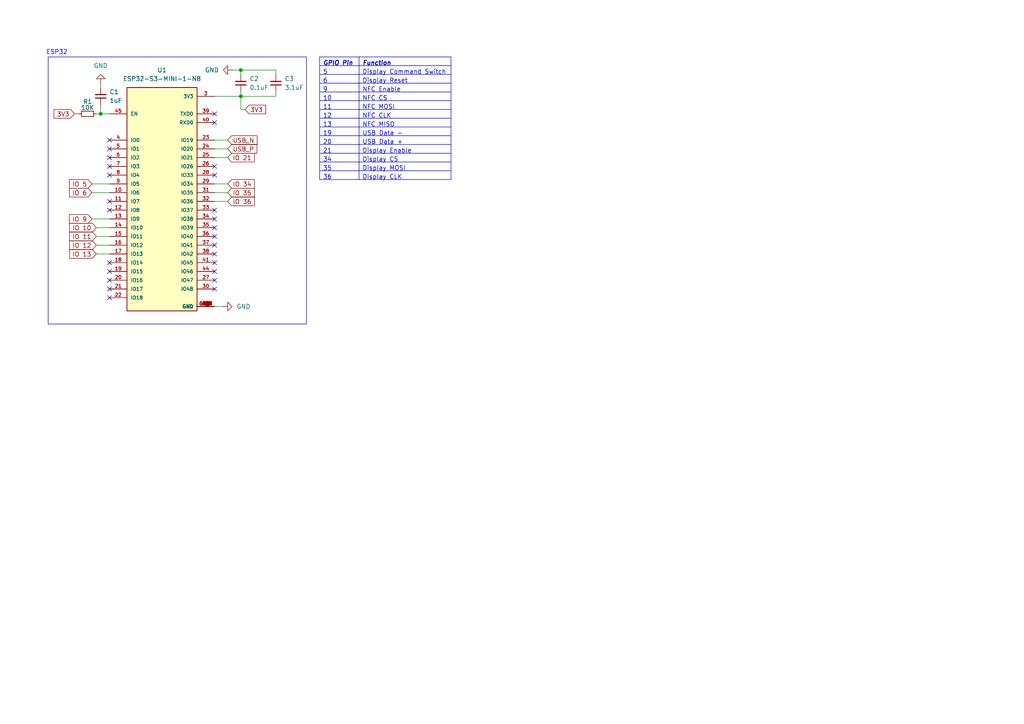
<source format=kicad_sch>
(kicad_sch (version 20250114) (generator "eeschema") (generator_version "9.0")
  (paper "A4")
  (title_block (title "ESP32") (date "2025-02-25") (rev "1"))
  (lib_symbols
    (symbol "Device:C_Small" (pin_numbers (hide yes)) (pin_names (offset 0.254) (hide yes))
      (property "Reference" "C" (at 0.254 1.778 0))
      (property "Value" "C_Small" (at 0.254 -2.032 0))
      (symbol "C_Small_0_1"
        (polyline (pts (xy -1.524 0.508) (xy 1.524 0.508)) (stroke (width 0.3048)))
        (polyline (pts (xy -1.524 -0.508) (xy 1.524 -0.508)) (stroke (width 0.3302)))
      )
      (symbol "C_Small_1_1"
        (pin passive line (at 0 2.54 270) (length 2.032) (name "~") (number "1"))
        (pin passive line (at 0 -2.54 90) (length 2.032) (name "~") (number "2"))
      )
    )
    (symbol "Device:R_Small" (pin_numbers (hide yes)) (pin_names (offset 0.254) (hide yes))
      (property "Reference" "R" (at 0.762 0.508 0))
      (property "Value" "R_Small" (at 0.762 -1.016 0))
      (symbol "R_Small_0_1"
        (rectangle (start -0.762 1.778) (end 0.762 -1.778) (stroke (width 0.2032)))
      )
      (symbol "R_Small_1_1"
        (pin passive line (at 0 2.54 270) (length 0.762) (name "~") (number "1"))
        (pin passive line (at 0 -2.54 90) (length 0.762) (name "~") (number "2"))
      )
    )
    (symbol "ESP32-S3-MINI-1-N8:ESP32-S3-MINI-1-N8" (pin_names (offset 1.016))
      (property "Reference" "U1" (at 0 38.1 0))
      (property "Value" "ESP32-S3-MINI-1-N8" (at 0 35.56 0))
      (symbol "ESP32-S3-MINI-1-N8_0_0"
        (rectangle (start -10.16 33.02) (end 10.16 -31.75) (stroke (width 0.254)) (fill (type background)))
        (pin input line (at -15.24 25.4 0) (length 5.08) (name "EN") (number "45"))
        (pin bidirectional line (at -15.24 17.78 0) (length 5.08) (name "IO0") (number "4"))
        (pin bidirectional line (at -15.24 15.24 0) (length 5.08) (name "IO1") (number "5"))
        (pin bidirectional line (at -15.24 12.7 0) (length 5.08) (name "IO2") (number "6"))
        (pin bidirectional line (at -15.24 10.16 0) (length 5.08) (name "IO3") (number "7"))
        (pin bidirectional line (at -15.24 7.62 0) (length 5.08) (name "IO4") (number "8"))
        (pin bidirectional line (at -15.24 5.08 0) (length 5.08) (name "IO5") (number "9"))
        (pin bidirectional line (at -15.24 2.54 0) (length 5.08) (name "IO6") (number "10"))
        (pin bidirectional line (at -15.24 0 0) (length 5.08) (name "IO7") (number "11"))
        (pin bidirectional line (at -15.24 -2.54 0) (length 5.08) (name "IO8") (number "12"))
        (pin bidirectional line (at -15.24 -5.08 0) (length 5.08) (name "IO9") (number "13"))
        (pin bidirectional line (at -15.24 -7.62 0) (length 5.08) (name "IO10") (number "14"))
        (pin bidirectional line (at -15.24 -10.16 0) (length 5.08) (name "IO11") (number "15"))
        (pin bidirectional line (at -15.24 -12.7 0) (length 5.08) (name "IO12") (number "16"))
        (pin bidirectional line (at -15.24 -15.24 0) (length 5.08) (name "IO13") (number "17"))
        (pin bidirectional line (at -15.24 -17.78 0) (length 5.08) (name "IO14") (number "18"))
        (pin bidirectional line (at -15.24 -20.32 0) (length 5.08) (name "IO15") (number "19"))
        (pin bidirectional line (at -15.24 -22.86 0) (length 5.08) (name "IO16") (number "20"))
        (pin bidirectional line (at -15.24 -25.4 0) (length 5.08) (name "IO17") (number "21"))
        (pin bidirectional line (at -15.24 -27.94 0) (length 5.08) (name "IO18") (number "22"))
        (pin power_in line (at 15.24 30.48 180) (length 5.08) (name "3V3") (number "3"))
        (pin bidirectional line (at 15.24 25.4 180) (length 5.08) (name "TXD0") (number "39"))
        (pin bidirectional line (at 15.24 22.86 180) (length 5.08) (name "RXD0") (number "40"))
        (pin bidirectional line (at 15.24 17.78 180) (length 5.08) (name "IO19") (number "23"))
        (pin bidirectional line (at 15.24 15.24 180) (length 5.08) (name "IO20") (number "24"))
        (pin bidirectional line (at 15.24 12.7 180) (length 5.08) (name "IO21") (number "25"))
        (pin bidirectional line (at 15.24 10.16 180) (length 5.08) (name "IO26") (number "26"))
        (pin bidirectional line (at 15.24 7.62 180) (length 5.08) (name "IO33") (number "28"))
        (pin bidirectional line (at 15.24 5.08 180) (length 5.08) (name "IO34") (number "29"))
        (pin bidirectional line (at 15.24 2.54 180) (length 5.08) (name "IO35") (number "31"))
        (pin bidirectional line (at 15.24 0 180) (length 5.08) (name "IO36") (number "32"))
        (pin bidirectional line (at 15.24 -2.54 180) (length 5.08) (name "IO37") (number "33"))
        (pin bidirectional line (at 15.24 -5.08 180) (length 5.08) (name "IO38") (number "34"))
        (pin bidirectional line (at 15.24 -7.62 180) (length 5.08) (name "IO39") (number "35"))
        (pin bidirectional line (at 15.24 -10.16 180) (length 5.08) (name "IO40") (number "36"))
        (pin bidirectional line (at 15.24 -12.7 180) (length 5.08) (name "IO41") (number "37"))
        (pin bidirectional line (at 15.24 -15.24 180) (length 5.08) (name "IO42") (number "38"))
        (pin bidirectional line (at 15.24 -17.78 180) (length 5.08) (name "IO45") (number "41"))
        (pin bidirectional line (at 15.24 -20.32 180) (length 5.08) (name "IO46") (number "44"))
        (pin bidirectional line (at 15.24 -22.86 180) (length 5.08) (name "IO47") (number "27"))
        (pin bidirectional line (at 15.24 -25.4 180) (length 5.08) (name "IO48") (number "30"))
        (pin passive line (at 15.24 -30.48 180) (length 5.08) (name "GND") (number "1"))
        (pin passive line (at 15.24 -30.48 180) (length 5.08) (name "GND") (number "2"))
        (pin passive line (at 15.24 -30.48 180) (length 5.08) (name "GND") (number "42"))
        (pin passive line (at 15.24 -30.48 180) (length 5.08) (name "GND") (number "43"))
        (pin passive line (at 15.24 -30.48 180) (length 5.08) (name "GND") (number "46"))
        (pin passive line (at 15.24 -30.48 180) (length 5.08) (name "GND") (number "47"))
        (pin passive line (at 15.24 -30.48 180) (length 5.08) (name "GND") (number "48"))
        (pin passive line (at 15.24 -30.48 180) (length 5.08) (name "GND") (number "49"))
        (pin passive line (at 15.24 -30.48 180) (length 5.08) (name "GND") (number "50"))
        (pin passive line (at 15.24 -30.48 180) (length 5.08) (name "GND") (number "51"))
        (pin passive line (at 15.24 -30.48 180) (length 5.08) (name "GND") (number "52"))
        (pin passive line (at 15.24 -30.48 180) (length 5.08) (name "GND") (number "53"))
        (pin passive line (at 15.24 -30.48 180) (length 5.08) (name "GND") (number "54"))
        (pin passive line (at 15.24 -30.48 180) (length 5.08) (name "GND") (number "55"))
        (pin passive line (at 15.24 -30.48 180) (length 5.08) (name "GND") (number "56"))
        (pin passive line (at 15.24 -30.48 180) (length 5.08) (name "GND") (number "57"))
        (pin passive line (at 15.24 -30.48 180) (length 5.08) (name "GND") (number "58"))
        (pin passive line (at 15.24 -30.48 180) (length 5.08) (name "GND") (number "59"))
        (pin passive line (at 15.24 -30.48 180) (length 5.08) (name "GND") (number "60"))
        (pin passive line (at 15.24 -30.48 180) (length 5.08) (name "GND") (number "61"))
        (pin passive line (at 15.24 -30.48 180) (length 5.08) (name "GND") (number "61_1"))
        (pin passive line (at 15.24 -30.48 180) (length 5.08) (name "GND") (number "61_2"))
        (pin passive line (at 15.24 -30.48 180) (length 5.08) (name "GND") (number "61_3"))
        (pin passive line (at 15.24 -30.48 180) (length 5.08) (name "GND") (number "61_4"))
        (pin passive line (at 15.24 -30.48 180) (length 5.08) (name "GND") (number "61_5"))
        (pin passive line (at 15.24 -30.48 180) (length 5.08) (name "GND") (number "61_6"))
        (pin passive line (at 15.24 -30.48 180) (length 5.08) (name "GND") (number "61_7"))
        (pin passive line (at 15.24 -30.48 180) (length 5.08) (name "GND") (number "61_8"))
        (pin passive line (at 15.24 -30.48 180) (length 5.08) (name "GND") (number "62"))
        (pin passive line (at 15.24 -30.48 180) (length 5.08) (name "GND") (number "63"))
        (pin passive line (at 15.24 -30.48 180) (length 5.08) (name "GND") (number "64"))
        (pin passive line (at 15.24 -30.48 180) (length 5.08) (name "GND") (number "65"))
      )
    )
    (symbol "power:GND" (power) (pin_numbers (hide yes)) (pin_names (offset 0) (hide yes))
      (property "Value" "GND" (at 0 -3.81 0))
      (symbol "GND_0_1"
        (polyline (pts (xy 0 0) (xy 0 -1.27) (xy 1.27 -1.27) (xy 0 -2.54) (xy -1.27 -1.27) (xy 0 -1.27)))
      )
      (symbol "GND_1_1"
        (pin power_in line (at 0 0 270) (length 0) (name "~") (number "1"))
      )
    )
  )
  (rectangle (start 13.97 16.51) (end 88.9 93.98))
  (text "ESP32" (at 16.51 15.24 0) (effects (font (size 1.27 1.27))))
  (junction (at 29.21 33.02))
  (junction (at 69.85 27.94))
  (junction (at 69.85 20.32))
  (no_connect (at 62.23 50.8))
  (no_connect (at 62.23 83.82))
  (no_connect (at 62.23 35.56))
  (no_connect (at 62.23 71.12))
  (no_connect (at 62.23 78.74))
  (no_connect (at 62.23 33.02))
  (no_connect (at 62.23 68.58))
  (no_connect (at 31.75 83.82))
  (no_connect (at 62.23 48.26))
  (no_connect (at 31.75 86.36))
  (no_connect (at 31.75 45.72))
  (no_connect (at 31.75 48.26))
  (no_connect (at 31.75 78.74))
  (no_connect (at 62.23 76.2))
  (no_connect (at 31.75 40.64))
  (no_connect (at 62.23 60.96))
  (no_connect (at 31.75 58.42))
  (no_connect (at 62.23 81.28))
  (no_connect (at 31.75 60.96))
  (no_connect (at 31.75 50.8))
  (no_connect (at 62.23 66.04))
  (no_connect (at 31.75 43.18))
  (no_connect (at 31.75 81.28))
  (no_connect (at 62.23 73.66))
  (no_connect (at 31.75 76.2))
  (no_connect (at 62.23 63.5))
  (wire (pts (xy 80.01 21.59) (xy 80.01 20.32)))
  (wire (pts (xy 69.85 27.94) (xy 80.01 27.94)))
  (wire (pts (xy 66.04 43.18) (xy 62.23 43.18)))
  (wire (pts (xy 66.04 45.72) (xy 62.23 45.72)))
  (wire (pts (xy 62.23 88.9) (xy 64.77 88.9)))
  (wire (pts (xy 66.04 55.88) (xy 62.23 55.88)))
  (wire (pts (xy 71.12 31.75) (xy 69.85 31.75)))
  (wire (pts (xy 69.85 31.75) (xy 69.85 27.94)))
  (wire (pts (xy 27.94 33.02) (xy 29.21 33.02)))
  (wire (pts (xy 27.94 71.12) (xy 31.75 71.12)))
  (wire (pts (xy 22.86 33.02) (xy 21.59 33.02)))
  (wire (pts (xy 29.21 30.48) (xy 29.21 33.02)))
  (wire (pts (xy 66.04 58.42) (xy 62.23 58.42)))
  (wire (pts (xy 69.85 20.32) (xy 69.85 21.59)))
  (wire (pts (xy 69.85 20.32) (xy 80.01 20.32)))
  (wire (pts (xy 29.21 33.02) (xy 31.75 33.02)))
  (wire (pts (xy 80.01 27.94) (xy 80.01 26.67)))
  (wire (pts (xy 62.23 27.94) (xy 69.85 27.94)))
  (wire (pts (xy 67.31 20.32) (xy 69.85 20.32)))
  (wire (pts (xy 66.04 53.34) (xy 62.23 53.34)))
  (wire (pts (xy 66.04 40.64) (xy 62.23 40.64)))
  (wire (pts (xy 69.85 26.67) (xy 69.85 27.94)))
  (wire (pts (xy 27.94 73.66) (xy 31.75 73.66)))
  (wire (pts (xy 27.94 68.58) (xy 31.75 68.58)))
  (wire (pts (xy 26.67 53.34) (xy 31.75 53.34)))
  (wire (pts (xy 26.67 55.88) (xy 31.75 55.88)))
  (wire (pts (xy 29.21 24.13) (xy 29.21 25.4)))
  (wire (pts (xy 26.67 63.5) (xy 31.75 63.5)))
  (wire (pts (xy 27.94 66.04) (xy 31.75 66.04)))
  (table (column_count 2) (border (external yes) (header yes)) (separators (rows yes) (cols yes)) (column_widths 11.43 26.67) (row_heights 2.54 2.54 2.54 2.54 2.54 2.54 2.54 2.54 2.54 2.54 2.54 2.54 2.54 2.54) (cells (table_cell "GPIO Pin" (at 92.71 16.51 0) (size 11.43 2.54) (margins 0.9525 0.9525 0.9525 0.9525) (span 1 1)) (table_cell "Function" (at 104.14 16.51 0) (size 26.67 2.54) (margins 0.9525 0.9525 0.9525 0.9525) (span 1 1)) (table_cell "5" (at 92.71 19.05 0) (size 11.43 2.54) (margins 0.9525 0.9525 0.9525 0.9525) (span 1 1)) (table_cell "Display Command Switch" (at 104.14 19.05 0) (size 26.67 2.54) (margins 0.9525 0.9525 0.9525 0.9525) (span 1 1)) (table_cell "6" (at 92.71 21.59 0) (size 11.43 2.54) (margins 0.9525 0.9525 0.9525 0.9525) (span 1 1)) (table_cell "Display Reset" (at 104.14 21.59 0) (size 26.67 2.54) (margins 0.9525 0.9525 0.9525 0.9525) (span 1 1)) (table_cell "9" (at 92.71 24.13 0) (size 11.43 2.54) (margins 0.9525 0.9525 0.9525 0.9525) (span 1 1)) (table_cell "NFC Enable" (at 104.14 24.13 0) (size 26.67 2.54) (margins 0.9525 0.9525 0.9525 0.9525) (span 1 1)) (table_cell "10" (at 92.71 26.67 0) (size 11.43 2.54) (margins 0.9525 0.9525 0.9525 0.9525) (span 1 1)) (table_cell "NFC CS" (at 104.14 26.67 0) (size 26.67 2.54) (margins 0.9525 0.9525 0.9525 0.9525) (span 1 1)) (table_cell "11" (at 92.71 29.21 0) (size 11.43 2.54) (margins 0.9525 0.9525 0.9525 0.9525) (span 1 1)) (table_cell "NFC MOSI" (at 104.14 29.21 0) (size 26.67 2.54) (margins 0.9525 0.9525 0.9525 0.9525) (span 1 1)) (table_cell "12" (at 92.71 31.75 0) (size 11.43 2.54) (margins 0.9525 0.9525 0.9525 0.9525) (span 1 1)) (table_cell "NFC CLK" (at 104.14 31.75 0) (size 26.67 2.54) (margins 0.9525 0.9525 0.9525 0.9525) (span 1 1)) (table_cell "13" (at 92.71 34.29 0) (size 11.43 2.54) (margins 0.9525 0.9525 0.9525 0.9525) (span 1 1)) (table_cell "NFC MISO" (at 104.14 34.29 0) (size 26.67 2.54) (margins 0.9525 0.9525 0.9525 0.9525) (span 1 1)) (table_cell "19" (at 92.71 36.83 0) (size 11.43 2.54) (margins 0.9525 0.9525 0.9525 0.9525) (span 1 1)) (table_cell "USB Data -" (at 104.14 36.83 0) (size 26.67 2.54) (margins 0.9525 0.9525 0.9525 0.9525) (span 1 1)) (table_cell "20" (at 92.71 39.37 0) (size 11.43 2.54) (margins 0.9525 0.9525 0.9525 0.9525) (span 1 1)) (table_cell "USB Data +" (at 104.14 39.37 0) (size 26.67 2.54) (margins 0.9525 0.9525 0.9525 0.9525) (span 1 1)) (table_cell "21" (at 92.71 41.91 0) (size 11.43 2.54) (margins 0.9525 0.9525 0.9525 0.9525) (span 1 1)) (table_cell "Display Enable" (at 104.14 41.91 0) (size 26.67 2.54) (margins 0.9525 0.9525 0.9525 0.9525) (span 1 1)) (table_cell "34" (at 92.71 44.45 0) (size 11.43 2.54) (margins 0.9525 0.9525 0.9525 0.9525) (span 1 1)) (table_cell "Display CS" (at 104.14 44.45 0) (size 26.67 2.54) (margins 0.9525 0.9525 0.9525 0.9525) (span 1 1)) (table_cell "35" (at 92.71 46.99 0) (size 11.43 2.54) (margins 0.9525 0.9525 0.9525 0.9525) (span 1 1)) (table_cell "Display MOSI" (at 104.14 46.99 0) (size 26.67 2.54) (margins 0.9525 0.9525 0.9525 0.9525) (span 1 1)) (table_cell "36" (at 92.71 49.53 0) (size 11.43 2.54) (margins 0.9525 0.9525 0.9525 0.9525) (span 1 1)) (table_cell "Display CLK" (at 104.14 49.53 0) (size 26.67 2.54) (margins 0.9525 0.9525 0.9525 0.9525) (span 1 1))))
  (global_label "IO 6" (shape input) (at 26.67 55.88 180) (property "Intersheetrefs" "${INTERSHEET_REFS}" (effects (hide yes))))
  (global_label "IO 21" (shape input) (at 66.04 45.72 0) (property "Intersheetrefs" "${INTERSHEET_REFS}" (effects (hide yes))))
  (global_label "USB_N" (shape input) (at 66.04 40.64 0) (property "Intersheetrefs" "${INTERSHEET_REFS}" (effects (hide yes))))
  (global_label "IO 11" (shape input) (at 27.94 68.58 180) (property "Intersheetrefs" "${INTERSHEET_REFS}" (effects (hide yes))))
  (global_label "IO 10" (shape input) (at 27.94 66.04 180) (property "Intersheetrefs" "${INTERSHEET_REFS}" (effects (hide yes))))
  (global_label "IO 12" (shape input) (at 27.94 71.12 180) (property "Intersheetrefs" "${INTERSHEET_REFS}" (effects (hide yes))))
  (global_label "IO 35" (shape input) (at 66.04 55.88 0) (property "Intersheetrefs" "${INTERSHEET_REFS}" (effects (hide yes))))
  (global_label "IO 34" (shape input) (at 66.04 53.34 0) (property "Intersheetrefs" "${INTERSHEET_REFS}" (effects (hide yes))))
  (global_label "USB_P" (shape input) (at 66.04 43.18 0) (property "Intersheetrefs" "${INTERSHEET_REFS}" (effects (hide yes))))
  (global_label "IO 5" (shape input) (at 26.67 53.34 180) (property "Intersheetrefs" "${INTERSHEET_REFS}" (effects (hide yes))))
  (global_label "IO 36" (shape input) (at 66.04 58.42 0) (property "Intersheetrefs" "${INTERSHEET_REFS}" (effects (hide yes))))
  (global_label "3V3" (shape input) (at 71.12 31.75 0) (property "Intersheetrefs" "${INTERSHEET_REFS}" (effects (hide yes))))
  (global_label "IO 9" (shape input) (at 26.67 63.5 180) (property "Intersheetrefs" "${INTERSHEET_REFS}" (effects (hide yes))))
  (global_label "3V3" (shape input) (at 21.59 33.02 180) (property "Intersheetrefs" "${INTERSHEET_REFS}" (effects (hide yes))))
  (global_label "IO 13" (shape input) (at 27.94 73.66 180) (property "Intersheetrefs" "${INTERSHEET_REFS}" (effects (hide yes))))
  (symbol (lib_id "power:GND") (at 29.21 24.13 180) (unit 1)
    (property "Reference" "#PWR01" (effects (hide yes)))
    (property "Value" "GND" (at 29.21 19.05 0))
    (property "Description" "Power symbol creates a global label with name \"GND\" , ground" (effects (hide yes)))
  )
  (symbol (lib_id "Device:C_Small") (at 29.21 27.94 180) (unit 1)
    (property "Reference" "C1" (at 31.75 26.6635 0) (effects (justify right)))
    (property "Value" "1uF" (at 31.75 29.2035 0) (effects (justify right)))
    (property "Footprint" "Capacitor_SMD:C_0603_1608Metric" (effects (hide yes)))
    (property "Description" "Unpolarized capacitor, small symbol" (effects (hide yes)))
    (property "DigiKey_Part_Number" "311-1445-1-ND" (effects (hide yes)))
    (property "Manufacturer_Part_Number" "CC0603KRX5R8BB105" (effects (hide yes)))
    (property "Price" "€0.95" (effects (hide yes)))
  )
  (symbol (lib_id "power:GND") (at 64.77 88.9 90) (unit 1)
    (property "Reference" "#PWR02" (effects (hide yes)))
    (property "Value" "GND" (at 68.58 88.8999 90) (effects (justify right)))
    (property "Description" "Power symbol creates a global label with name \"GND\" , ground" (effects (hide yes)))
  )
  (symbol (lib_id "Device:C_Small") (at 80.01 24.13 180) (unit 1)
    (property "Reference" "C3" (at 82.55 22.8535 0) (effects (justify right)))
    (property "Value" "3.1uF" (at 82.55 25.3935 0) (effects (justify right)))
    (property "Footprint" "Capacitor_SMD:C_0805_2012Metric" (effects (hide yes)))
    (property "Description" "Unpolarized capacitor, small symbol" (effects (hide yes)))
    (property "Price" "€0.17" (effects (hide yes)))
    (property "DigiKey_Part_Number" "311-1190-1-ND" (effects (hide yes)))
    (property "Manufacturer_Part_Number" "CC0805ZKY5V6BB335" (effects (hide yes)))
  )
  (symbol (lib_id "power:GND") (at 67.31 20.32 270) (unit 1)
    (property "Reference" "#PWR03" (effects (hide yes)))
    (property "Value" "GND" (at 63.5 20.3199 90) (effects (justify right)))
    (property "Description" "Power symbol creates a global label with name \"GND\" , ground" (effects (hide yes)))
  )
  (symbol (lib_id "ESP32-S3-MINI-1-N8:ESP32-S3-MINI-1-N8") (at 46.99 58.42 0) (unit 1)
    (property "Reference" "U1" (at 46.99 20.32 0))
    (property "Value" "ESP32-S3-MINI-1-N8" (at 46.99 22.86 0))
    (property "Footprint" "Footprints:XCVR_ESP32-S3-MINI-1-N8" (effects (hide yes)))
    (property "Datasheet" "${KIPRJMOD}/Datasheets/ESP32-S3-MINI-1-N8.pdf" (effects (hide yes)))
    (property "DigiKey_Part_Number" "1965-ESP32-S3-MINI-1-N8CT-ND" (effects (hide yes)))
    (property "Price" "€5.03" (effects (hide yes)))
    (property "Manufacturer_Part_Number" "ESP32-S3-MINI-1-N8" (effects (hide yes)))
  )
  (symbol (lib_id "Device:R_Small") (at 25.4 33.02 270) (mirror x) (unit 1)
    (property "Reference" "R1" (at 25.4 29.464 90))
    (property "Value" "10K" (at 25.4 31.242 90))
    (property "Footprint" "Resistor_SMD:R_0402_1005Metric" (effects (hide yes)))
    (property "Description" "Resistor, small symbol" (effects (hide yes)))
    (property "Price" "€0.30" (effects (hide yes)))
    (property "DigiKey_Part_Number" "311-10KJRCT-ND" (effects (hide yes)))
    (property "Manufacturer_Part_Number" "RC0402JR-0710KL" (effects (hide yes)))
  )
  (symbol (lib_id "Device:C_Small") (at 69.85 24.13 180) (unit 1)
    (property "Reference" "C2" (at 72.39 22.8535 0) (effects (justify right)))
    (property "Value" "0.1uF" (at 72.39 25.3935 0) (effects (justify right)))
    (property "Footprint" "Capacitor_SMD:C_0603_1608Metric" (effects (hide yes)))
    (property "Description" "Unpolarized capacitor, small symbol" (effects (hide yes)))
    (property "DigiKey_Part_Number" "311-1341-1-ND" (effects (hide yes)))
    (property "Price" "€0.48" (effects (hide yes)))
    (property "Manufacturer_Part_Number" "CC0603KRX7R8BB104" (effects (hide yes)))
  )
)
</source>
